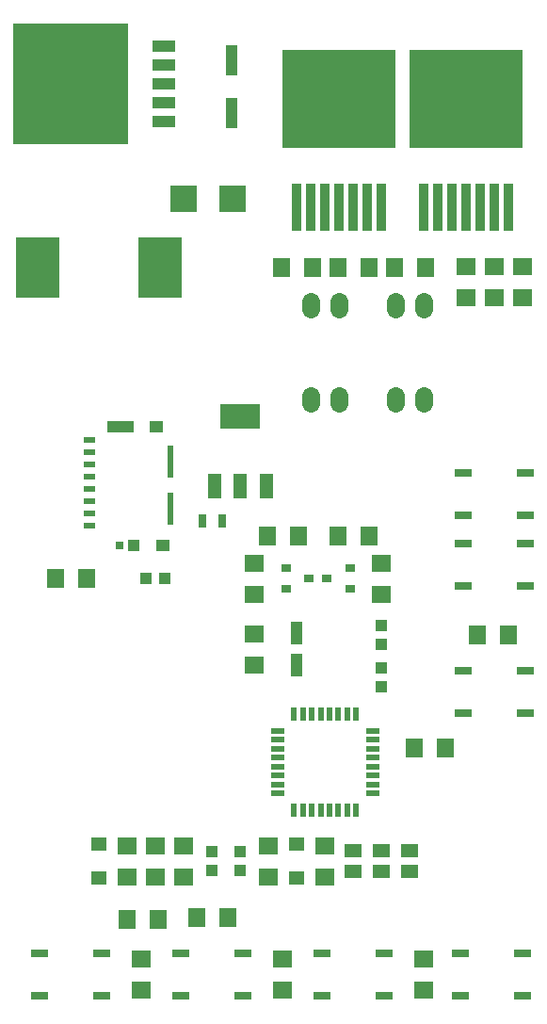
<source format=gbr>
G04 EAGLE Gerber RS-274X export*
G75*
%MOMM*%
%FSLAX34Y34*%
%LPD*%
%INSolderpaste Top*%
%IPPOS*%
%AMOC8*
5,1,8,0,0,1.08239X$1,22.5*%
G01*
%ADD10R,1.524000X0.762000*%
%ADD11R,1.000000X0.500000*%
%ADD12R,0.780000X0.720000*%
%ADD13R,1.080000X1.050000*%
%ADD14R,1.200000X1.050000*%
%ADD15R,2.390000X1.050000*%
%ADD16R,0.550000X2.910000*%
%ADD17R,0.558800X1.270000*%
%ADD18R,1.270000X0.558800*%
%ADD19R,1.000000X1.100000*%
%ADD20R,1.600000X1.800000*%
%ADD21R,1.800000X1.600000*%
%ADD22R,1.500000X1.300000*%
%ADD23R,1.000000X2.000000*%
%ADD24R,1.400000X1.200000*%
%ADD25R,0.900000X0.800000*%
%ADD26R,1.100000X1.000000*%
%ADD27R,0.850000X4.350000*%
%ADD28R,10.150000X8.900000*%
%ADD29R,10.410000X10.800000*%
%ADD30R,2.159000X1.066800*%
%ADD31R,2.400000X2.400000*%
%ADD32R,4.000000X5.500000*%
%ADD33R,1.000000X2.800000*%
%ADD34R,1.219200X2.235200*%
%ADD35R,3.600000X2.200000*%
%ADD36R,0.800000X1.200000*%
%ADD37C,1.600000*%


D10*
X289560Y69850D03*
X345440Y69850D03*
X289560Y31750D03*
X345440Y31750D03*
X35560Y69850D03*
X91440Y69850D03*
X35560Y31750D03*
X91440Y31750D03*
X162560Y69850D03*
X218440Y69850D03*
X162560Y31750D03*
X218440Y31750D03*
X414020Y69850D03*
X469900Y69850D03*
X414020Y31750D03*
X469900Y31750D03*
D11*
X80400Y454100D03*
X80400Y465100D03*
X80400Y476100D03*
X80400Y487100D03*
X80400Y498100D03*
X80400Y509100D03*
X80400Y520100D03*
X80400Y531100D03*
D12*
X107200Y436100D03*
D13*
X119900Y436100D03*
D14*
X146000Y436100D03*
X140300Y542850D03*
D15*
X108450Y542850D03*
D16*
X152750Y511050D03*
X152750Y469150D03*
D17*
X320100Y284226D03*
X312100Y284226D03*
X304100Y284226D03*
X296100Y284226D03*
X288100Y284226D03*
X280100Y284226D03*
X272100Y284226D03*
X264100Y284226D03*
D18*
X249174Y269300D03*
X249174Y261300D03*
X249174Y253300D03*
X249174Y245300D03*
X249174Y237300D03*
X249174Y229300D03*
X249174Y221300D03*
X249174Y213300D03*
D17*
X264100Y198374D03*
X272100Y198374D03*
X280100Y198374D03*
X288100Y198374D03*
X296100Y198374D03*
X304100Y198374D03*
X312100Y198374D03*
X320100Y198374D03*
D18*
X335026Y213300D03*
X335026Y221300D03*
X335026Y229300D03*
X335026Y237300D03*
X335026Y245300D03*
X335026Y253300D03*
X335026Y261300D03*
X335026Y269300D03*
D19*
X342900Y326000D03*
X342900Y309000D03*
X342900Y347100D03*
X342900Y364100D03*
D20*
X400080Y254000D03*
X372080Y254000D03*
D21*
X292100Y138400D03*
X292100Y166400D03*
D22*
X342900Y142900D03*
X342900Y161900D03*
X317500Y142900D03*
X317500Y161900D03*
X368300Y142900D03*
X368300Y161900D03*
D23*
X266700Y328650D03*
X266700Y357150D03*
D10*
X416560Y438150D03*
X472440Y438150D03*
X416560Y400050D03*
X472440Y400050D03*
D21*
X381000Y64800D03*
X381000Y36800D03*
X254000Y64800D03*
X254000Y36800D03*
X127000Y64800D03*
X127000Y36800D03*
D20*
X114270Y100330D03*
X142270Y100330D03*
X204500Y101600D03*
X176500Y101600D03*
D10*
X472440Y463550D03*
X416560Y463550D03*
X472440Y501650D03*
X416560Y501650D03*
X416560Y323850D03*
X472440Y323850D03*
X416560Y285750D03*
X472440Y285750D03*
D20*
X429230Y355600D03*
X457230Y355600D03*
D21*
X165100Y138400D03*
X165100Y166400D03*
D24*
X88900Y167400D03*
X88900Y137400D03*
D21*
X114300Y166400D03*
X114300Y138400D03*
D20*
X49500Y406400D03*
X77500Y406400D03*
D21*
X228600Y356900D03*
X228600Y328900D03*
D25*
X256700Y415900D03*
X256700Y396900D03*
X277700Y406400D03*
X314800Y396900D03*
X314800Y415900D03*
X293800Y406400D03*
D21*
X228600Y392400D03*
X228600Y420400D03*
X342900Y420400D03*
X342900Y392400D03*
D20*
X303500Y444500D03*
X331500Y444500D03*
X268000Y444500D03*
X240000Y444500D03*
D26*
X131200Y406400D03*
X148200Y406400D03*
D21*
X139700Y138400D03*
X139700Y166400D03*
X241300Y138400D03*
X241300Y166400D03*
D19*
X215900Y143900D03*
X215900Y160900D03*
X190500Y143900D03*
X190500Y160900D03*
D27*
X266700Y740100D03*
X279400Y740100D03*
X292100Y740100D03*
X304800Y740100D03*
X317500Y740100D03*
X330200Y740100D03*
X342900Y740100D03*
D28*
X304800Y837100D03*
D27*
X381000Y740100D03*
X393700Y740100D03*
X406400Y740100D03*
X419100Y740100D03*
X431800Y740100D03*
X444500Y740100D03*
X457200Y740100D03*
D28*
X419100Y837100D03*
D20*
X331500Y685800D03*
X303500Y685800D03*
D21*
X444500Y687100D03*
X444500Y659100D03*
D29*
X63500Y850900D03*
D30*
X146812Y816864D03*
X146812Y833882D03*
X146812Y850900D03*
X146812Y867918D03*
X146812Y884936D03*
D31*
X164690Y748030D03*
X208690Y748030D03*
D32*
X143900Y685800D03*
X33900Y685800D03*
D33*
X208280Y871860D03*
X208280Y824860D03*
D34*
X192786Y489712D03*
X215900Y489712D03*
X239014Y489712D03*
D35*
X215900Y551690D03*
D36*
X199500Y458470D03*
X181500Y458470D03*
D37*
X279400Y563850D02*
X279400Y570350D01*
X304800Y570350D02*
X304800Y563850D01*
X304800Y648850D02*
X304800Y655350D01*
X279400Y655350D02*
X279400Y648850D01*
X355600Y570350D02*
X355600Y563850D01*
X381000Y563850D02*
X381000Y570350D01*
X381000Y648850D02*
X381000Y655350D01*
X355600Y655350D02*
X355600Y648850D01*
D21*
X419100Y659100D03*
X419100Y687100D03*
D20*
X252700Y685800D03*
X280700Y685800D03*
X382300Y685800D03*
X354300Y685800D03*
D21*
X469900Y659100D03*
X469900Y687100D03*
D24*
X266700Y137400D03*
X266700Y167400D03*
M02*

</source>
